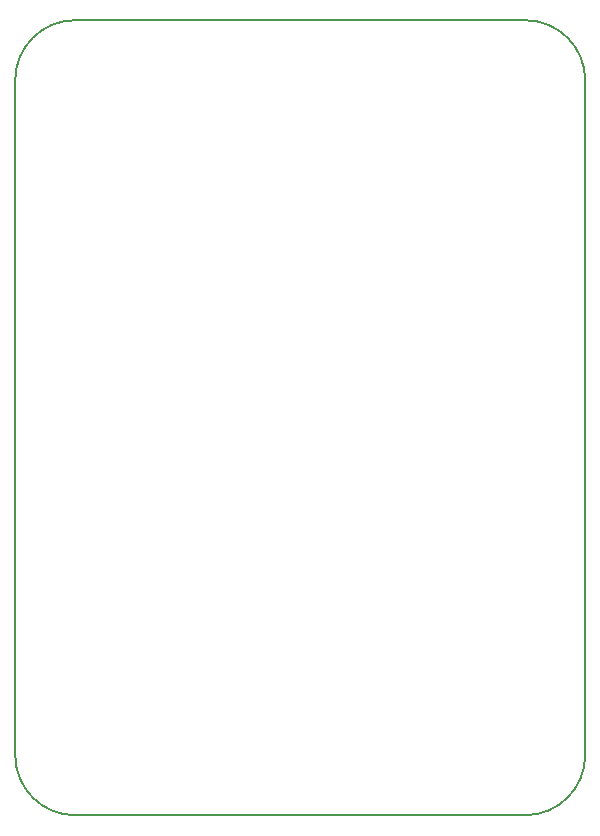
<source format=gbr>
G04 #@! TF.FileFunction,Profile,NP*
%FSLAX46Y46*%
G04 Gerber Fmt 4.6, Leading zero omitted, Abs format (unit mm)*
G04 Created by KiCad (PCBNEW 4.0.5-e0-6337~49~ubuntu15.04.1) date Tue Oct 24 21:00:28 2017*
%MOMM*%
%LPD*%
G01*
G04 APERTURE LIST*
%ADD10C,0.100000*%
%ADD11C,0.150000*%
G04 APERTURE END LIST*
D10*
D11*
X62230000Y-26670000D02*
G75*
G03X57150000Y-31750000I0J-5080000D01*
G01*
X105410000Y-31750000D02*
G75*
G03X100330000Y-26670000I-5080000J0D01*
G01*
X100330000Y-93980000D02*
G75*
G03X105410000Y-88900000I0J5080000D01*
G01*
X57150000Y-88900000D02*
G75*
G03X62230000Y-93980000I5080000J0D01*
G01*
X57150000Y-88900000D02*
X57150000Y-31750000D01*
X100330000Y-93980000D02*
X62230000Y-93980000D01*
X105410000Y-31750000D02*
X105410000Y-88900000D01*
X62230000Y-26670000D02*
X100330000Y-26670000D01*
M02*

</source>
